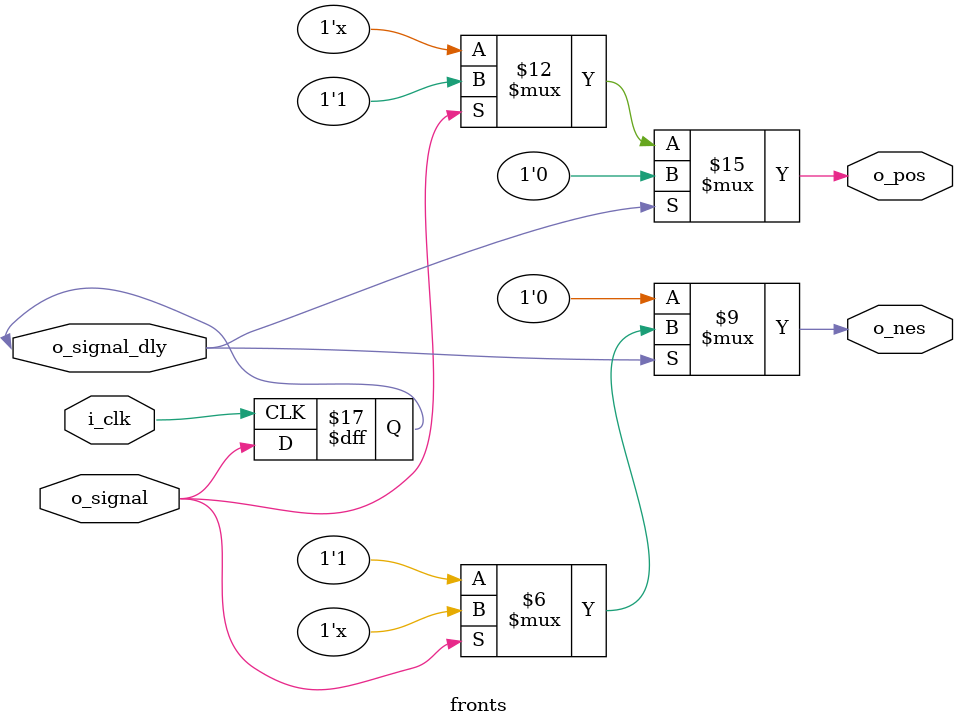
<source format=sv>
`timescale 1ns / 1ps


module fronts
    #(
    parameter CLK_FREQUENCY = 200.0e6    
    )

    (
    output bit o_nes,
    output bit o_pos,
    input i_clk,
    input bit o_signal,
    input bit o_signal_dly
    );
    

    always_ff@(posedge i_clk)
    begin
        o_signal_dly <= o_signal;
    end;

    always_comb
    begin
        if (o_signal == 1)
        begin
            o_pos <= 1;
        end 
        else begin
            o_nes <= 1;
        end;

        if (o_signal_dly == 1)
        begin
            o_pos <= 0;
        end 
        else begin
            o_nes <= 0;
        end;
    end;   

endmodule
</source>
